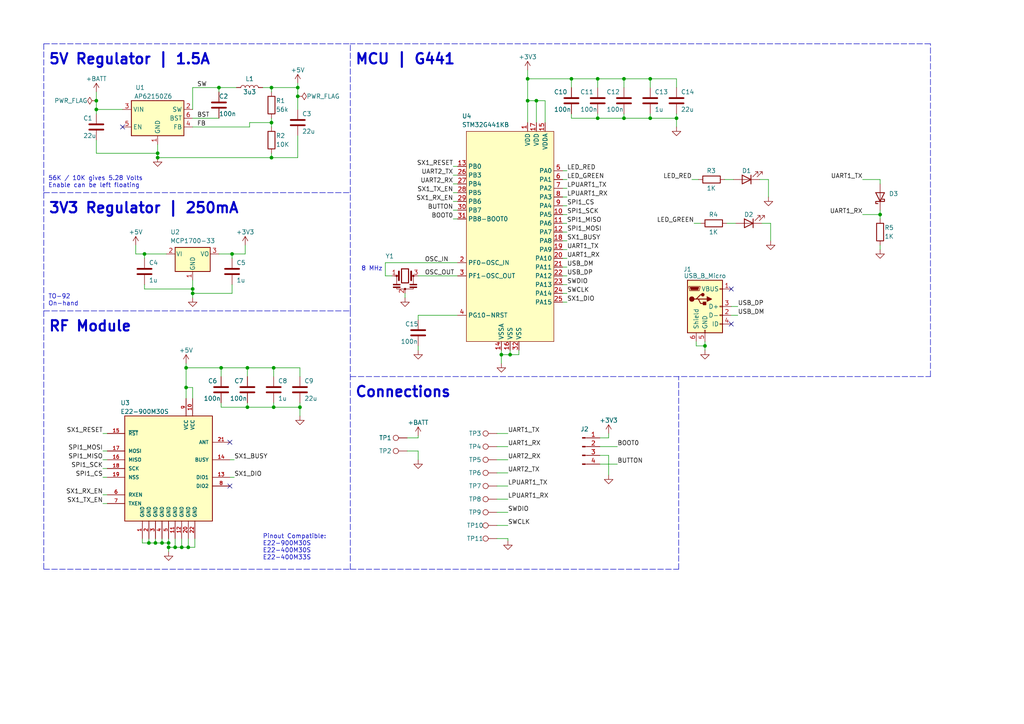
<source format=kicad_sch>
(kicad_sch (version 20211123) (generator eeschema)
  (paper "A4")
  (title_block (title "433 Experiment") (date "2023-02-12"))
  (lib_symbols
    (symbol "Connector:Conn_01x04_Male" (pin_names (offset 1.016) hide)
      (property "Reference" "J" (at 0 5.08 0))
      (property "Value" "Conn_01x04_Male" (at 0 -7.62 0))
      (symbol "Conn_01x04_Male_1_1"
        (polyline (pts (xy 1.27 -5.08) (xy 0.8636 -5.08)) (stroke (width 0.1524)))
        (polyline (pts (xy 1.27 -2.54) (xy 0.8636 -2.54)) (stroke (width 0.1524)))
        (polyline (pts (xy 1.27 0) (xy 0.8636 0)) (stroke (width 0.1524)))
        (polyline (pts (xy 1.27 2.54) (xy 0.8636 2.54)) (stroke (width 0.1524)))
        (rectangle (start 0.8636 -4.953) (end 0 -5.207) (stroke (width 0.1524)) (fill (type outline)))
        (rectangle (start 0.8636 -2.413) (end 0 -2.667) (stroke (width 0.1524)) (fill (type outline)))
        (rectangle (start 0.8636 0.127) (end 0 -0.127) (stroke (width 0.1524)) (fill (type outline)))
        (rectangle (start 0.8636 2.667) (end 0 2.413) (stroke (width 0.1524)) (fill (type outline)))
        (pin passive line (at 5.08 2.54 180) (length 3.81) (name "Pin_1") (number "1"))
        (pin passive line (at 5.08 0 180) (length 3.81) (name "Pin_2") (number "2"))
        (pin passive line (at 5.08 -2.54 180) (length 3.81) (name "Pin_3") (number "3"))
        (pin passive line (at 5.08 -5.08 180) (length 3.81) (name "Pin_4") (number "4"))
      )
    )
    (symbol "Connector:TestPoint" (pin_numbers hide) (pin_names (offset 0.762) hide)
      (property "Reference" "TP" (at 0 6.858 0))
      (property "Value" "TestPoint" (at 0 5.08 0))
      (symbol "TestPoint_0_1"
        (circle (center 0 3.302) (radius 0.762))
      )
      (symbol "TestPoint_1_1"
        (pin passive line (at 0 0 90) (length 2.54) (name "1") (number "1"))
      )
    )
    (symbol "Connector:USB_B_Micro" (pin_names (offset 1.016))
      (property "Reference" "J" (at -5.08 11.43 0))
      (property "Value" "USB_B_Micro" (at -5.08 8.89 0))
      (symbol "USB_B_Micro_0_1"
        (rectangle (start -5.08 -7.62) (end 5.08 7.62) (stroke (width 0.254)) (fill (type background)))
        (circle (center -3.81 2.159) (radius 0.635) (stroke (width 0.254)) (fill (type outline)))
        (circle (center -0.635 3.429) (radius 0.381) (stroke (width 0.254)) (fill (type outline)))
        (rectangle (start -0.127 -7.62) (end 0.127 -6.858))
        (polyline (pts (xy -1.905 2.159) (xy 0.635 2.159)) (stroke (width 0.254)))
        (polyline (pts (xy -3.175 2.159) (xy -2.54 2.159) (xy -1.27 3.429) (xy -0.635 3.429)) (stroke (width 0.254)))
        (polyline (pts (xy -2.54 2.159) (xy -1.905 2.159) (xy -1.27 0.889) (xy 0 0.889)) (stroke (width 0.254)))
        (polyline (pts (xy 0.635 2.794) (xy 0.635 1.524) (xy 1.905 2.159) (xy 0.635 2.794)) (stroke (width 0.254)) (fill (type outline)))
        (polyline (pts (xy -4.318 5.588) (xy -1.778 5.588) (xy -2.032 4.826) (xy -4.064 4.826) (xy -4.318 5.588)) (fill (type outline)))
        (polyline (pts (xy -4.699 5.842) (xy -4.699 5.588) (xy -4.445 4.826) (xy -4.445 4.572) (xy -1.651 4.572) (xy -1.651 4.826) (xy -1.397 5.588) (xy -1.397 5.842) (xy -4.699 5.842)))
        (rectangle (start 0.254 1.27) (end -0.508 0.508) (stroke (width 0.254)) (fill (type outline)))
        (rectangle (start 5.08 -5.207) (end 4.318 -4.953))
        (rectangle (start 5.08 -2.667) (end 4.318 -2.413))
        (rectangle (start 5.08 -0.127) (end 4.318 0.127))
        (rectangle (start 5.08 4.953) (end 4.318 5.207))
      )
      (symbol "USB_B_Micro_1_1"
        (pin power_out line (at 7.62 5.08 180) (length 2.54) (name "VBUS") (number "1"))
        (pin bidirectional line (at 7.62 -2.54 180) (length 2.54) (name "D-") (number "2"))
        (pin bidirectional line (at 7.62 0 180) (length 2.54) (name "D+") (number "3"))
        (pin passive line (at 7.62 -5.08 180) (length 2.54) (name "ID") (number "4"))
        (pin power_out line (at 0 -10.16 90) (length 2.54) (name "GND") (number "5"))
        (pin passive line (at -2.54 -10.16 90) (length 2.54) (name "Shield") (number "6"))
      )
    )
    (symbol "Device:C" (pin_numbers hide) (pin_names (offset 0.254))
      (property "Reference" "C" (at 0.635 2.54 0))
      (property "Value" "C" (at 0.635 -2.54 0))
      (symbol "C_0_1"
        (polyline (pts (xy -2.032 -0.762) (xy 2.032 -0.762)) (stroke (width 0.508)))
        (polyline (pts (xy -2.032 0.762) (xy 2.032 0.762)) (stroke (width 0.508)))
      )
      (symbol "C_1_1"
        (pin passive line (at 0 3.81 270) (length 2.794) (name "~") (number "1"))
        (pin passive line (at 0 -3.81 90) (length 2.794) (name "~") (number "2"))
      )
    )
    (symbol "Device:D_Schottky" (pin_numbers hide) (pin_names (offset 1.016) hide)
      (property "Reference" "D" (at 0 2.54 0))
      (property "Value" "D_Schottky" (at 0 -2.54 0))
      (symbol "D_Schottky_0_1"
        (polyline (pts (xy 1.27 0) (xy -1.27 0)))
        (polyline (pts (xy 1.27 1.27) (xy 1.27 -1.27) (xy -1.27 0) (xy 1.27 1.27)) (stroke (width 0.254)))
        (polyline (pts (xy -1.905 0.635) (xy -1.905 1.27) (xy -1.27 1.27) (xy -1.27 -1.27) (xy -0.635 -1.27) (xy -0.635 -0.635)) (stroke (width 0.254)))
      )
      (symbol "D_Schottky_1_1"
        (pin passive line (at -3.81 0 0) (length 2.54) (name "K") (number "1"))
        (pin passive line (at 3.81 0 180) (length 2.54) (name "A") (number "2"))
      )
    )
    (symbol "Device:L" (pin_numbers hide) (pin_names (offset 1.016) hide)
      (property "Reference" "L" (at -1.27 0 90))
      (property "Value" "L" (at 1.905 0 90))
      (symbol "L_0_1"
        (arc (start 0 -2.54) (mid 0.635 -1.905) (end 0 -1.27))
        (arc (start 0 -1.27) (mid 0.635 -0.635) (end 0 0))
        (arc (start 0 0) (mid 0.635 0.635) (end 0 1.27))
        (arc (start 0 1.27) (mid 0.635 1.905) (end 0 2.54))
      )
      (symbol "L_1_1"
        (pin passive line (at 0 3.81 270) (length 1.27) (name "1") (number "1"))
        (pin passive line (at 0 -3.81 90) (length 1.27) (name "2") (number "2"))
      )
    )
    (symbol "Device:LED" (pin_numbers hide) (pin_names (offset 1.016) hide)
      (property "Reference" "D" (at 0 2.54 0))
      (property "Value" "LED" (at 0 -2.54 0))
      (symbol "LED_0_1"
        (polyline (pts (xy -1.27 -1.27) (xy -1.27 1.27)) (stroke (width 0.254)))
        (polyline (pts (xy -1.27 0) (xy 1.27 0)))
        (polyline (pts (xy 1.27 -1.27) (xy 1.27 1.27) (xy -1.27 0) (xy 1.27 -1.27)) (stroke (width 0.254)))
        (polyline (pts (xy -3.048 -0.762) (xy -4.572 -2.286) (xy -3.81 -2.286) (xy -4.572 -2.286) (xy -4.572 -1.524)))
        (polyline (pts (xy -1.778 -0.762) (xy -3.302 -2.286) (xy -2.54 -2.286) (xy -3.302 -2.286) (xy -3.302 -1.524)))
      )
      (symbol "LED_1_1"
        (pin passive line (at -3.81 0 0) (length 2.54) (name "K") (number "1"))
        (pin passive line (at 3.81 0 180) (length 2.54) (name "A") (number "2"))
      )
    )
    (symbol "Device:R" (pin_numbers hide) (pin_names (offset 0))
      (property "Reference" "R" (at 2.032 0 90))
      (property "Value" "R" (at 0 0 90))
      (symbol "R_0_1"
        (rectangle (start -1.016 -2.54) (end 1.016 2.54) (stroke (width 0.254)))
      )
      (symbol "R_1_1"
        (pin passive line (at 0 3.81 270) (length 1.27) (name "~") (number "1"))
        (pin passive line (at 0 -3.81 90) (length 1.27) (name "~") (number "2"))
      )
    )
    (symbol "Device:Resonator" (pin_names (offset 1.016) hide)
      (property "Reference" "Y" (at 0 5.715 0))
      (property "Value" "Resonator" (at 0 3.81 0))
      (symbol "Resonator_0_1"
        (rectangle (start -3.429 -3.175) (end -1.397 -3.429) (fill (type outline)))
        (rectangle (start -3.429 -2.413) (end -1.397 -2.667) (fill (type outline)))
        (circle (center -2.413 0) (radius 0.254) (fill (type outline)))
        (rectangle (start -1.016 2.032) (end 1.016 -2.032) (stroke (width 0.3048)))
        (circle (center 0 -3.81) (radius 0.254) (fill (type outline)))
        (polyline (pts (xy -2.413 -2.413) (xy -2.413 0)))
        (polyline (pts (xy -1.905 0) (xy -3.175 0)))
        (polyline (pts (xy -1.778 -1.27) (xy -1.778 1.27)) (stroke (width 0.508)))
        (polyline (pts (xy 1.778 -1.27) (xy 1.778 1.27)) (stroke (width 0.508)))
        (polyline (pts (xy 1.905 0) (xy 2.54 0)))
        (polyline (pts (xy 2.413 0) (xy 2.413 -2.54)))
        (polyline (pts (xy 2.413 -3.302) (xy 2.413 -3.81) (xy -2.413 -3.81) (xy -2.413 -3.302)))
        (rectangle (start 1.397 -3.175) (end 3.429 -3.429) (fill (type outline)))
        (rectangle (start 1.397 -2.413) (end 3.429 -2.667) (fill (type outline)))
        (circle (center 2.413 0) (radius 0.254) (fill (type outline)))
      )
      (symbol "Resonator_1_1"
        (pin passive line (at -3.81 0 0) (length 1.27) (name "1") (number "1"))
        (pin passive line (at 0 -5.08 90) (length 1.27) (name "2") (number "2"))
        (pin passive line (at 3.81 0 180) (length 1.27) (name "3") (number "3"))
      )
    )
    (symbol "E22-900M30S:E22-900M30S" (pin_names (offset 1.016))
      (property "Reference" "U?" (at -12.065 18.415 0))
      (property "Value" "E22-900M30S" (at -6.35 16.51 0))
      (symbol "E22-900M30S_0_0"
        (rectangle (start -12.7 -15.24) (end 12.7 15.24) (stroke (width 0.254)) (fill (type background)))
        (pin power_in line (at -7.62 -20.32 90) (length 5.08) (name "GND") (number "1"))
        (pin power_in line (at 6.985 20.32 270) (length 5.08) (name "VCC") (number "10"))
        (pin power_in line (at 1.905 -20.32 90) (length 5.08) (name "GND") (number "11"))
        (pin power_in line (at 3.81 -20.32 90) (length 5.08) (name "GND") (number "12"))
        (pin bidirectional line (at 17.78 -2.54 180) (length 5.08) (name "DIO1") (number "13"))
        (pin output line (at 17.78 2.54 180) (length 5.08) (name "BUSY") (number "14"))
        (pin input line (at -17.78 10.16 0) (length 5.08) (name "~{RST}") (number "15"))
        (pin output line (at -17.78 2.54 0) (length 5.08) (name "MISO") (number "16"))
        (pin input line (at -17.78 5.08 0) (length 5.08) (name "MOSI") (number "17"))
        (pin input line (at -17.78 0 0) (length 5.08) (name "SCK") (number "18"))
        (pin input line (at -17.78 -2.54 0) (length 5.08) (name "NSS") (number "19"))
        (pin power_in line (at -5.715 -20.32 90) (length 5.08) (name "GND") (number "2"))
        (pin power_in line (at 5.715 -20.32 90) (length 5.08) (name "GND") (number "20"))
        (pin output line (at 17.78 7.62 180) (length 5.08) (name "ANT") (number "21"))
        (pin power_in line (at 7.62 -20.32 90) (length 5.08) (name "GND") (number "22"))
        (pin power_in line (at -3.81 -20.32 90) (length 5.08) (name "GND") (number "3"))
        (pin power_in line (at -1.905 -20.32 90) (length 5.08) (name "GND") (number "4"))
        (pin power_in line (at 0 -20.32 90) (length 5.08) (name "GND") (number "5"))
        (pin input line (at -17.78 -7.62 0) (length 5.08) (name "RXEN") (number "6"))
        (pin input line (at -17.78 -10.16 0) (length 5.08) (name "TXEN") (number "7"))
        (pin bidirectional line (at 17.78 -5.08 180) (length 5.08) (name "DIO2") (number "8"))
        (pin power_in line (at 5.08 20.32 270) (length 5.08) (name "VCC") (number "9"))
      )
    )
    (symbol "LoRa:STM32G441KB"
      (property "Reference" "U" (at -12.7 21.59 0))
      (property "Value" "STM32G441KB" (at -6.35 19.05 0))
      (symbol "STM32G441KB_0_0"
        (pin input line (at 5.08 20.32 270) (length 2.54) (name "VDD") (number "1"))
        (pin bidirectional line (at 15.24 -6.35 180) (length 2.54) (name "PA5") (number "10"))
        (pin bidirectional line (at 15.24 -8.89 180) (length 2.54) (name "PA6") (number "11"))
        (pin bidirectional line (at 15.24 -11.43 180) (length 2.54) (name "PA7") (number "12"))
        (pin bidirectional line (at -15.24 7.62 0) (length 2.54) (name "PB0") (number "13"))
        (pin power_in line (at -2.54 -45.72 90) (length 2.54) (name "VSSA") (number "14"))
        (pin power_in line (at 10.16 20.32 270) (length 2.54) (name "VDDA") (number "15"))
        (pin power_in line (at 0 -45.72 90) (length 2.54) (name "VSS") (number "16"))
        (pin input line (at 7.62 20.32 270) (length 2.54) (name "VDD") (number "17"))
        (pin bidirectional line (at 15.24 -13.97 180) (length 2.54) (name "PA8") (number "18"))
        (pin bidirectional line (at 15.24 -16.51 180) (length 2.54) (name "PA9") (number "19"))
        (pin input line (at -15.24 -20.32 0) (length 2.54) (name "PF0-OSC_IN") (number "2"))
        (pin bidirectional line (at 15.24 -19.05 180) (length 2.54) (name "PA10") (number "20"))
        (pin bidirectional line (at 15.24 -21.59 180) (length 2.54) (name "PA11") (number "21"))
        (pin bidirectional line (at 15.24 -24.13 180) (length 2.54) (name "PA12") (number "22"))
        (pin bidirectional line (at 15.24 -26.67 180) (length 2.54) (name "PA13") (number "23"))
        (pin bidirectional line (at 15.24 -29.21 180) (length 2.54) (name "PA14") (number "24"))
        (pin bidirectional line (at 15.24 -31.75 180) (length 2.54) (name "PA15") (number "25"))
        (pin bidirectional line (at -15.24 5.08 0) (length 2.54) (name "PB3") (number "26"))
        (pin bidirectional line (at -15.24 2.54 0) (length 2.54) (name "PB4") (number "27"))
        (pin bidirectional line (at -15.24 0 0) (length 2.54) (name "PB5") (number "28"))
        (pin bidirectional line (at -15.24 -2.54 0) (length 2.54) (name "PB6") (number "29"))
        (pin input line (at -15.24 -24.13 0) (length 2.54) (name "PF1-OSC_OUT") (number "3"))
        (pin bidirectional line (at -15.24 -5.08 0) (length 2.54) (name "PB7") (number "30"))
        (pin input line (at -15.24 -7.62 0) (length 2.54) (name "PB8-BOOT0") (number "31"))
        (pin power_in line (at 2.54 -45.72 90) (length 2.54) (name "VSS") (number "32"))
        (pin input line (at -15.24 -35.56 0) (length 2.54) (name "PG10-NRST") (number "4"))
        (pin bidirectional line (at 15.24 6.35 180) (length 2.54) (name "PA0") (number "5"))
        (pin bidirectional line (at 15.24 3.81 180) (length 2.54) (name "PA1") (number "6"))
        (pin bidirectional line (at 15.24 1.27 180) (length 2.54) (name "PA2") (number "7"))
        (pin bidirectional line (at 15.24 -1.27 180) (length 2.54) (name "PA3") (number "8"))
        (pin bidirectional line (at 15.24 -3.81 180) (length 2.54) (name "PA4") (number "9"))
      )
      (symbol "STM32G441KB_0_1"
        (rectangle (start -12.7 17.78) (end 12.7 -43.18) (fill (type background)))
      )
    )
    (symbol "Regulator_Linear:MCP1700-3302E_TO92" (pin_names (offset 0.254))
      (property "Reference" "U?" (at 0 7.62 0))
      (property "Value" "MCP1700-3302E_TO92" (at 0 -22.225 0))
      (symbol "MCP1700-3302E_TO92_0_1"
        (rectangle (start -5.08 5.08) (end 5.08 -1.905) (stroke (width 0.254)) (fill (type background)))
      )
      (symbol "MCP1700-3302E_TO92_1_1"
        (pin power_in line (at 0 7.62 270) (length 2.54) (name "GND") (number "1"))
        (pin power_in line (at 7.62 0 180) (length 2.54) (name "VI") (number "2"))
        (pin power_out line (at -7.62 0 0) (length 2.54) (name "VO") (number "3"))
      )
    )
    (symbol "Regulator_Switching:AP62150Z6"
      (property "Reference" "U1" (at -5.08 8.89 0))
      (property "Value" "AP62150Z6" (at -1.27 6.35 0))
      (symbol "AP62150Z6_0_1"
        (rectangle (start -7.62 5.08) (end 7.62 -5.08) (stroke (width 0.254)) (fill (type background)))
      )
      (symbol "AP62150Z6_1_1"
        (pin power_in line (at 0 -7.62 90) (length 2.54) (name "GND") (number "1"))
        (pin output line (at 10.16 2.54 180) (length 2.54) (name "SW") (number "2"))
        (pin power_in line (at -10.16 2.54 0) (length 2.54) (name "VIN") (number "3"))
        (pin input line (at 10.16 -2.54 180) (length 2.54) (name "FB") (number "4"))
        (pin passive line (at -10.16 -2.54 0) (length 2.54) (name "EN") (number "5"))
        (pin input line (at 10.16 0 180) (length 2.54) (name "BST") (number "6"))
      )
    )
    (symbol "power:+3V3" (power) (pin_names (offset 0))
      (property "Value" "+3V3" (at 0 3.556 0))
      (symbol "+3V3_0_1"
        (polyline (pts (xy -0.762 1.27) (xy 0 2.54)))
        (polyline (pts (xy 0 0) (xy 0 2.54)))
        (polyline (pts (xy 0 2.54) (xy 0.762 1.27)))
      )
      (symbol "+3V3_1_1"
        (pin power_in line (at 0 0 90) (length 0) hide (name "+3V3") (number "1"))
      )
    )
    (symbol "power:+5V" (power) (pin_names (offset 0))
      (property "Value" "+5V" (at 0 3.556 0))
      (symbol "+5V_0_1"
        (polyline (pts (xy -0.762 1.27) (xy 0 2.54)))
        (polyline (pts (xy 0 0) (xy 0 2.54)))
        (polyline (pts (xy 0 2.54) (xy 0.762 1.27)))
      )
      (symbol "+5V_1_1"
        (pin power_in line (at 0 0 90) (length 0) hide (name "+5V") (number "1"))
      )
    )
    (symbol "power:+BATT" (power) (pin_names (offset 0))
      (property "Value" "+BATT" (at 0 3.556 0))
      (symbol "+BATT_0_1"
        (polyline (pts (xy -0.762 1.27) (xy 0 2.54)))
        (polyline (pts (xy 0 0) (xy 0 2.54)))
        (polyline (pts (xy 0 2.54) (xy 0.762 1.27)))
      )
      (symbol "+BATT_1_1"
        (pin power_in line (at 0 0 90) (length 0) hide (name "+BATT") (number "1"))
      )
    )
    (symbol "power:GND" (power) (pin_names (offset 0))
      (property "Value" "GND" (at 0 -3.81 0))
      (symbol "GND_0_1"
        (polyline (pts (xy 0 0) (xy 0 -1.27) (xy 1.27 -1.27) (xy 0 -2.54) (xy -1.27 -1.27) (xy 0 -1.27)))
      )
      (symbol "GND_1_1"
        (pin power_in line (at 0 0 270) (length 0) hide (name "GND") (number "1"))
      )
    )
    (symbol "power:PWR_FLAG" (power) (pin_numbers hide) (pin_names (offset 0) hide)
      (property "Value" "PWR_FLAG" (at 0 3.81 0))
      (symbol "PWR_FLAG_0_0"
        (pin power_out line (at 0 0 90) (length 0) (name "pwr") (number "1"))
      )
      (symbol "PWR_FLAG_0_1"
        (polyline (pts (xy 0 0) (xy 0 1.27) (xy -1.016 1.905) (xy 0 2.54) (xy 1.016 1.905) (xy 0 1.27)))
      )
    )
  )
  (junction (at 64.135 106.68))
  (junction (at 48.895 157.48))
  (junction (at 180.975 34.29))
  (junction (at 53.975 106.68))
  (junction (at 55.88 83.82))
  (junction (at 147.955 102.87))
  (junction (at 145.415 102.87))
  (junction (at 48.895 158.75))
  (junction (at 188.595 22.86))
  (junction (at 45.72 44.45))
  (junction (at 255.27 62.23))
  (junction (at 79.375 118.11))
  (junction (at 86.36 27.94))
  (junction (at 78.74 35.56))
  (junction (at 204.47 100.33))
  (junction (at 79.375 106.68))
  (junction (at 41.91 73.66))
  (junction (at 55.88 85.09))
  (junction (at 50.8 158.75))
  (junction (at 54.61 158.75))
  (junction (at 180.975 22.86))
  (junction (at 153.035 29.21))
  (junction (at 52.705 158.75))
  (junction (at 67.31 73.66))
  (junction (at 45.085 157.48))
  (junction (at 86.36 25.4))
  (junction (at 45.72 45.72))
  (junction (at 173.355 22.86))
  (junction (at 196.215 34.29))
  (junction (at 153.035 22.86))
  (junction (at 188.595 34.29))
  (junction (at 71.755 118.11))
  (junction (at 173.355 34.29))
  (junction (at 78.74 45.72))
  (junction (at 46.99 157.48))
  (junction (at 71.755 106.68))
  (junction (at 78.74 25.4))
  (junction (at 43.18 157.48))
  (junction (at 63.5 25.4))
  (junction (at 27.94 31.75))
  (junction (at 165.735 22.86))
  (junction (at 155.575 29.21))
  (junction (at 27.94 29.21))
  (junction (at 53.975 112.395))
  (junction (at 86.995 118.11))
  (no_connect (at 66.675 128.27))
  (no_connect (at 212.09 83.82))
  (no_connect (at 66.675 140.97))
  (no_connect (at 35.56 36.83))
  (no_connect (at 212.09 93.98))
  (wire (pts (xy 27.94 40.64) (xy 27.94 44.45)))
  (wire (pts (xy 204.47 99.06) (xy 204.47 100.33)))
  (wire (pts (xy 64.135 116.84) (xy 64.135 118.11)))
  (wire (pts (xy 53.975 106.68) (xy 53.975 112.395)))
  (wire (pts (xy 121.285 91.44) (xy 132.715 91.44)))
  (wire (pts (xy 72.39 35.56) (xy 78.74 35.56)))
  (wire (pts (xy 48.895 158.75) (xy 50.8 158.75)))
  (wire (pts (xy 54.61 158.75) (xy 56.515 158.75)))
  (wire (pts (xy 86.36 24.13) (xy 86.36 25.4)))
  (wire (pts (xy 43.18 156.21) (xy 43.18 157.48)))
  (wire (pts (xy 164.465 54.61) (xy 163.195 54.61)))
  (wire (pts (xy 53.975 105.41) (xy 53.975 106.68)))
  (wire (pts (xy 29.845 125.73) (xy 31.115 125.73)))
  (wire (pts (xy 64.135 118.11) (xy 71.755 118.11)))
  (wire (pts (xy 173.355 33.02) (xy 173.355 34.29)))
  (wire (pts (xy 52.705 156.21) (xy 52.705 158.75)))
  (wire (pts (xy 255.27 52.07) (xy 255.27 53.34)))
  (wire (pts (xy 164.465 82.55) (xy 163.195 82.55)))
  (wire (pts (xy 52.705 158.75) (xy 54.61 158.75)))
  (wire (pts (xy 121.285 100.33) (xy 121.285 101.6)))
  (wire (pts (xy 46.99 157.48) (xy 48.895 157.48)))
  (wire (pts (xy 165.735 22.86) (xy 173.355 22.86)))
  (polyline (pts (xy 12.7 12.7) (xy 12.7 55.88)))
  (polyline (pts (xy 12.7 165.1) (xy 101.6 165.1)))
  (wire (pts (xy 210.82 64.77) (xy 213.36 64.77)))
  (wire (pts (xy 27.94 44.45) (xy 45.72 44.45)))
  (wire (pts (xy 86.36 27.94) (xy 86.36 31.75)))
  (wire (pts (xy 78.74 45.72) (xy 78.74 44.45)))
  (wire (pts (xy 155.575 29.21) (xy 158.115 29.21)))
  (wire (pts (xy 63.5 25.4) (xy 63.5 26.67)))
  (wire (pts (xy 27.94 31.75) (xy 27.94 33.02)))
  (wire (pts (xy 220.345 52.07) (xy 222.885 52.07)))
  (wire (pts (xy 158.115 35.56) (xy 158.115 29.21)))
  (wire (pts (xy 29.845 146.05) (xy 31.115 146.05)))
  (wire (pts (xy 78.74 25.4) (xy 76.2 25.4)))
  (wire (pts (xy 118.11 130.81) (xy 121.285 130.81)))
  (wire (pts (xy 86.995 116.84) (xy 86.995 118.11)))
  (wire (pts (xy 164.465 62.23) (xy 163.195 62.23)))
  (wire (pts (xy 176.53 127) (xy 176.53 125.73)))
  (wire (pts (xy 173.355 22.86) (xy 173.355 25.4)))
  (wire (pts (xy 173.355 34.29) (xy 180.975 34.29)))
  (wire (pts (xy 55.88 85.09) (xy 55.88 86.36)))
  (wire (pts (xy 50.8 158.75) (xy 52.705 158.75)))
  (wire (pts (xy 67.31 85.09) (xy 55.88 85.09)))
  (wire (pts (xy 41.91 83.82) (xy 55.88 83.82)))
  (wire (pts (xy 164.465 49.53) (xy 163.195 49.53)))
  (wire (pts (xy 164.465 69.85) (xy 163.195 69.85)))
  (wire (pts (xy 55.88 83.82) (xy 55.88 85.09)))
  (wire (pts (xy 67.945 138.43) (xy 66.675 138.43)))
  (wire (pts (xy 67.945 133.35) (xy 66.675 133.35)))
  (wire (pts (xy 29.845 133.35) (xy 31.115 133.35)))
  (wire (pts (xy 144.145 156.21) (xy 147.32 156.21)))
  (wire (pts (xy 131.445 60.96) (xy 132.715 60.96)))
  (wire (pts (xy 111.76 80.01) (xy 113.665 80.01)))
  (wire (pts (xy 250.19 52.07) (xy 255.27 52.07)))
  (polyline (pts (xy 12.7 90.17) (xy 12.7 165.1)))
  (wire (pts (xy 188.595 33.02) (xy 188.595 34.29)))
  (polyline (pts (xy 269.875 12.7) (xy 101.6 12.7)))
  (wire (pts (xy 67.31 73.66) (xy 67.31 74.93)))
  (wire (pts (xy 144.145 133.35) (xy 147.32 133.35)))
  (wire (pts (xy 196.215 25.4) (xy 196.215 22.86)))
  (wire (pts (xy 121.285 130.81) (xy 121.285 133.35)))
  (wire (pts (xy 164.465 52.07) (xy 163.195 52.07)))
  (wire (pts (xy 86.36 39.37) (xy 86.36 45.72)))
  (wire (pts (xy 45.085 157.48) (xy 46.99 157.48)))
  (wire (pts (xy 29.845 130.81) (xy 31.115 130.81)))
  (wire (pts (xy 150.495 102.87) (xy 147.955 102.87)))
  (wire (pts (xy 39.37 71.12) (xy 39.37 73.66)))
  (polyline (pts (xy 101.6 55.88) (xy 101.6 12.7)))
  (wire (pts (xy 45.72 41.91) (xy 45.72 44.45)))
  (wire (pts (xy 117.475 85.09) (xy 117.475 86.36)))
  (wire (pts (xy 29.845 135.89) (xy 31.115 135.89)))
  (polyline (pts (xy 12.7 55.88) (xy 12.7 90.17)))
  (wire (pts (xy 55.88 81.28) (xy 55.88 83.82)))
  (wire (pts (xy 71.755 116.84) (xy 71.755 118.11)))
  (wire (pts (xy 153.035 29.21) (xy 153.035 35.56)))
  (wire (pts (xy 55.88 115.57) (xy 55.88 112.395)))
  (wire (pts (xy 164.465 77.47) (xy 163.195 77.47)))
  (wire (pts (xy 255.27 62.23) (xy 255.27 63.5)))
  (wire (pts (xy 55.88 25.4) (xy 63.5 25.4)))
  (wire (pts (xy 64.135 106.68) (xy 64.135 109.22)))
  (wire (pts (xy 118.11 127) (xy 121.285 127)))
  (wire (pts (xy 29.845 143.51) (xy 31.115 143.51)))
  (wire (pts (xy 86.36 25.4) (xy 86.36 27.94)))
  (wire (pts (xy 72.39 36.83) (xy 72.39 35.56)))
  (wire (pts (xy 165.735 33.02) (xy 165.735 34.29)))
  (wire (pts (xy 153.035 29.21) (xy 155.575 29.21)))
  (polyline (pts (xy 101.6 90.17) (xy 101.6 109.22)))
  (wire (pts (xy 164.465 59.69) (xy 163.195 59.69)))
  (wire (pts (xy 220.98 64.77) (xy 223.52 64.77)))
  (wire (pts (xy 144.145 152.4) (xy 147.32 152.4)))
  (wire (pts (xy 145.415 102.87) (xy 145.415 105.41)))
  (wire (pts (xy 201.93 99.06) (xy 201.93 100.33)))
  (wire (pts (xy 79.375 106.68) (xy 79.375 109.22)))
  (wire (pts (xy 255.27 60.96) (xy 255.27 62.23)))
  (wire (pts (xy 223.52 64.77) (xy 223.52 69.85)))
  (wire (pts (xy 150.495 101.6) (xy 150.495 102.87)))
  (wire (pts (xy 180.975 22.86) (xy 180.975 25.4)))
  (wire (pts (xy 86.995 120.65) (xy 86.995 118.11)))
  (wire (pts (xy 29.845 138.43) (xy 31.115 138.43)))
  (wire (pts (xy 164.465 67.31) (xy 163.195 67.31)))
  (wire (pts (xy 210.185 52.07) (xy 212.725 52.07)))
  (wire (pts (xy 39.37 73.66) (xy 41.91 73.66)))
  (wire (pts (xy 188.595 22.86) (xy 196.215 22.86)))
  (wire (pts (xy 79.375 118.11) (xy 86.995 118.11)))
  (wire (pts (xy 147.32 156.21) (xy 147.32 156.845)))
  (wire (pts (xy 111.76 80.01) (xy 111.76 76.2)))
  (wire (pts (xy 71.755 118.11) (xy 79.375 118.11)))
  (wire (pts (xy 164.4094 64.77) (xy 163.195 64.77)))
  (wire (pts (xy 45.085 156.21) (xy 45.085 157.48)))
  (wire (pts (xy 165.735 22.86) (xy 165.735 25.4)))
  (wire (pts (xy 55.88 36.83) (xy 72.39 36.83)))
  (wire (pts (xy 79.375 106.68) (xy 86.995 106.68)))
  (wire (pts (xy 27.94 31.75) (xy 35.56 31.75)))
  (polyline (pts (xy 12.7 55.88) (xy 101.6 55.88)))
  (wire (pts (xy 63.5 25.4) (xy 68.58 25.4)))
  (wire (pts (xy 45.72 44.45) (xy 45.72 45.72)))
  (wire (pts (xy 55.88 112.395) (xy 53.975 112.395)))
  (wire (pts (xy 78.74 25.4) (xy 86.36 25.4)))
  (wire (pts (xy 121.285 80.01) (xy 132.715 80.01)))
  (wire (pts (xy 41.91 74.93) (xy 41.91 73.66)))
  (wire (pts (xy 131.445 53.34) (xy 132.715 53.34)))
  (polyline (pts (xy 101.6 165.1) (xy 101.6 109.22)))
  (wire (pts (xy 48.895 156.21) (xy 48.895 157.48)))
  (wire (pts (xy 131.445 58.42) (xy 132.715 58.42)))
  (wire (pts (xy 48.895 158.75) (xy 48.895 160.02)))
  (wire (pts (xy 131.445 55.88) (xy 132.715 55.88)))
  (wire (pts (xy 173.99 132.08) (xy 176.53 132.08)))
  (wire (pts (xy 41.275 157.48) (xy 43.18 157.48)))
  (wire (pts (xy 131.445 63.5) (xy 132.715 63.5)))
  (wire (pts (xy 144.145 140.97) (xy 147.32 140.97)))
  (wire (pts (xy 46.99 156.21) (xy 46.99 157.48)))
  (wire (pts (xy 67.31 82.55) (xy 67.31 85.09)))
  (wire (pts (xy 222.885 52.07) (xy 222.885 57.15)))
  (wire (pts (xy 144.145 148.59) (xy 147.32 148.59)))
  (wire (pts (xy 180.975 33.02) (xy 180.975 34.29)))
  (wire (pts (xy 173.355 22.86) (xy 180.975 22.86)))
  (wire (pts (xy 196.215 36.83) (xy 196.215 34.29)))
  (wire (pts (xy 180.975 34.29) (xy 188.595 34.29)))
  (wire (pts (xy 53.975 106.68) (xy 64.135 106.68)))
  (wire (pts (xy 145.415 101.6) (xy 145.415 102.87)))
  (wire (pts (xy 78.74 34.29) (xy 78.74 35.56)))
  (polyline (pts (xy 12.7 90.17) (xy 101.6 90.17)))
  (wire (pts (xy 155.575 35.56) (xy 155.575 29.21)))
  (wire (pts (xy 131.445 48.26) (xy 132.715 48.26)))
  (wire (pts (xy 153.035 20.32) (xy 153.035 22.86)))
  (wire (pts (xy 164.465 74.93) (xy 163.195 74.93)))
  (wire (pts (xy 144.145 144.78) (xy 147.32 144.78)))
  (wire (pts (xy 173.99 127) (xy 176.53 127)))
  (wire (pts (xy 64.135 106.68) (xy 71.755 106.68)))
  (wire (pts (xy 79.375 116.84) (xy 79.375 118.11)))
  (wire (pts (xy 153.035 22.86) (xy 165.735 22.86)))
  (wire (pts (xy 165.735 34.29) (xy 173.355 34.29)))
  (wire (pts (xy 212.09 88.9) (xy 213.995 88.9)))
  (wire (pts (xy 71.12 73.66) (xy 67.31 73.66)))
  (wire (pts (xy 144.145 125.73) (xy 147.32 125.73)))
  (wire (pts (xy 55.88 34.29) (xy 63.5 34.29)))
  (wire (pts (xy 164.465 85.09) (xy 163.195 85.09)))
  (wire (pts (xy 56.515 158.75) (xy 56.515 156.21)))
  (polyline (pts (xy 101.6 109.22) (xy 269.875 109.22)))
  (wire (pts (xy 78.74 36.83) (xy 78.74 35.56)))
  (wire (pts (xy 164.465 57.15) (xy 163.195 57.15)))
  (wire (pts (xy 71.12 71.12) (xy 71.12 73.66)))
  (wire (pts (xy 27.94 29.21) (xy 27.94 31.75)))
  (wire (pts (xy 54.61 156.21) (xy 54.61 158.75)))
  (wire (pts (xy 188.595 22.86) (xy 188.595 25.4)))
  (wire (pts (xy 196.215 33.02) (xy 196.215 34.29)))
  (wire (pts (xy 78.74 45.72) (xy 86.36 45.72)))
  (wire (pts (xy 204.47 100.33) (xy 204.47 101.6)))
  (wire (pts (xy 188.595 34.29) (xy 196.215 34.29)))
  (wire (pts (xy 71.755 106.68) (xy 71.755 109.22)))
  (wire (pts (xy 201.295 64.77) (xy 203.2 64.77)))
  (wire (pts (xy 164.465 80.01) (xy 163.195 80.01)))
  (wire (pts (xy 164.465 72.39) (xy 163.195 72.39)))
  (wire (pts (xy 71.755 106.68) (xy 79.375 106.68)))
  (wire (pts (xy 111.76 76.2) (xy 132.715 76.2)))
  (wire (pts (xy 121.285 127) (xy 121.285 126.365)))
  (polyline (pts (xy 101.6 165.1) (xy 196.85 165.1)))
  (wire (pts (xy 50.8 156.21) (xy 50.8 158.75)))
  (wire (pts (xy 131.445 50.8) (xy 132.715 50.8)))
  (wire (pts (xy 86.995 109.22) (xy 86.995 106.68)))
  (wire (pts (xy 163.195 87.63) (xy 164.465 87.63)))
  (wire (pts (xy 41.275 156.21) (xy 41.275 157.48)))
  (wire (pts (xy 212.09 91.44) (xy 213.995 91.44)))
  (wire (pts (xy 173.99 129.54) (xy 179.07 129.54)))
  (wire (pts (xy 147.955 101.6) (xy 147.955 102.87)))
  (wire (pts (xy 173.99 134.62) (xy 179.07 134.62)))
  (wire (pts (xy 144.145 137.16) (xy 147.32 137.16)))
  (wire (pts (xy 43.18 157.48) (xy 45.085 157.48)))
  (wire (pts (xy 201.93 100.33) (xy 204.47 100.33)))
  (polyline (pts (xy 12.7 12.7) (xy 101.6 12.7)))
  (wire (pts (xy 121.285 92.71) (xy 121.285 91.44)))
  (wire (pts (xy 41.91 82.55) (xy 41.91 83.82)))
  (wire (pts (xy 144.145 129.54) (xy 147.32 129.54)))
  (wire (pts (xy 250.19 62.23) (xy 255.27 62.23)))
  (wire (pts (xy 255.27 71.12) (xy 255.27 72.39)))
  (wire (pts (xy 147.955 102.87) (xy 145.415 102.87)))
  (wire (pts (xy 53.975 112.395) (xy 53.975 115.57)))
  (wire (pts (xy 153.035 22.86) (xy 153.035 29.21)))
  (polyline (pts (xy 269.875 109.22) (xy 269.875 12.7)))
  (wire (pts (xy 41.91 73.66) (xy 48.26 73.66)))
  (polyline (pts (xy 101.6 90.17) (xy 101.6 55.88)))
  (wire (pts (xy 48.895 157.48) (xy 48.895 158.75)))
  (wire (pts (xy 180.975 22.86) (xy 188.595 22.86)))
  (wire (pts (xy 176.53 132.08) (xy 176.53 137.795)))
  (wire (pts (xy 78.74 26.67) (xy 78.74 25.4)))
  (wire (pts (xy 200.66 52.07) (xy 202.565 52.07)))
  (wire (pts (xy 55.88 31.75) (xy 55.88 25.4)))
  (wire (pts (xy 45.72 45.72) (xy 78.74 45.72)))
  (wire (pts (xy 63.5 73.66) (xy 67.31 73.66)))
  (polyline (pts (xy 196.85 165.1) (xy 196.85 109.22)))
  (wire (pts (xy 27.94 26.67) (xy 27.94 29.21)))
  (text "56K / 10K gives 5.28 Volts\nEnable can be left floating" (at 13.97 54.61 0) (effects (font (size 1.27 1.27)) (justify left bottom)))
  (text "Connections" (at 102.87 115.57 0) (effects (font (size 3 3) (thickness 0.6) bold) (justify left bottom)))
  (text "Pinout Compatible:\nE22-900M30S\nE22-400M30S\nE22-400M33S" (at 76.2 162.56 0) (effects (font (size 1.27 1.27)) (justify left bottom)))
  (text "5V Regulator | 1.5A" (at 13.97 19.05 0) (effects (font (size 3 3) (thickness 0.6) bold) (justify left bottom)))
  (text "3V3 Regulator | 250mA" (at 13.97 62.23 0) (effects (font (size 3 3) (thickness 0.6) bold) (justify left bottom)))
  (text "8 MHz" (at 104.775 78.74 0) (effects (font (size 1.27 1.27)) (justify left bottom)))
  (text "MCU | G441" (at 102.87 19.05 0) (effects (font (size 3 3) (thickness 0.6) bold) (justify left bottom)))
  (text "RF Module" (at 13.97 96.52 0) (effects (font (size 3 3) (thickness 0.6) bold) (justify left bottom)))
  (text "TO-92\nOn-hand" (at 13.97 88.9 0) (effects (font (size 1.27 1.27)) (justify left bottom)))
  (label "LED_GREEN" (at 201.295 64.77 180))
  (label "UART1_RX" (at 147.32 129.54 0))
  (label "LPUART1_RX" (at 164.465 57.15 0))
  (label "SPI1_CS" (at 164.465 59.69 0))
  (label "BOOT0" (at 131.445 63.5 180))
  (label "SWCLK" (at 147.32 152.4 0))
  (label "SX1_DIO" (at 164.465 87.63 0))
  (label "SX1_TX_EN" (at 29.845 146.05 180))
  (label "LED_GREEN" (at 164.465 52.07 0))
  (label "SPI1_MOSI" (at 164.465 67.31 0))
  (label "LPUART1_TX" (at 147.32 140.97 0))
  (label "SW" (at 57.15 25.4 0))
  (label "LPUART1_RX" (at 147.32 144.78 0))
  (label "SWDIO" (at 164.465 82.55 0))
  (label "UART1_TX" (at 164.465 72.39 0))
  (label "UART2_RX" (at 147.32 133.35 0))
  (label "LPUART1_TX" (at 164.465 54.61 0))
  (label "SPI1_MISO" (at 164.4094 64.77 0))
  (label "UART2_TX" (at 147.32 137.16 0))
  (label "SWDIO" (at 147.32 148.59 0))
  (label "OSC_OUT" (at 123.19 80.01 0))
  (label "LED_RED" (at 200.66 52.07 180))
  (label "SX1_TX_EN" (at 131.445 55.88 180))
  (label "SX1_BUSY" (at 67.945 133.35 0))
  (label "BUTTON" (at 179.07 134.62 0))
  (label "SX1_RESET" (at 131.445 48.26 180))
  (label "SPI1_MOSI" (at 29.845 130.81 180))
  (label "BUTTON" (at 131.445 60.96 180))
  (label "UART1_RX" (at 164.465 74.93 0))
  (label "LED_RED" (at 164.465 49.53 0))
  (label "UART1_TX" (at 147.32 125.73 0))
  (label "UART1_TX" (at 250.19 52.07 180))
  (label "SX1_DIO" (at 67.945 138.43 0))
  (label "USB_DM" (at 213.995 91.44 0))
  (label "BOOT0" (at 179.07 129.54 0))
  (label "SX1_RESET" (at 29.845 125.73 180))
  (label "USB_DM" (at 164.465 77.47 0))
  (label "SPI1_MISO" (at 29.845 133.35 180))
  (label "SPI1_SCK" (at 164.465 62.23 0))
  (label "SX1_RX_EN" (at 131.445 58.42 180))
  (label "SPI1_SCK" (at 29.845 135.89 180))
  (label "SX1_RX_EN" (at 29.845 143.51 180))
  (label "USB_DP" (at 164.465 80.01 0))
  (label "UART2_RX" (at 131.445 53.34 180))
  (label "BST" (at 57.15 34.29 0))
  (label "FB" (at 57.15 36.83 0))
  (label "SPI1_CS" (at 29.845 138.43 180))
  (label "USB_DP" (at 213.995 88.9 0))
  (label "SX1_BUSY" (at 164.465 69.85 0))
  (label "UART2_TX" (at 131.445 50.8 180))
  (label "OSC_IN" (at 123.19 76.2 0))
  (label "UART1_RX" (at 250.19 62.23 180))
  (label "SWCLK" (at 164.465 85.09 0))
  (symbol (lib_id "Connector:TestPoint") (at 144.145 156.21 90) (unit 1)
    (property "Reference" "TP11" (at 137.795 156.21 90))
    (property "Value" "TestPoint" (effects hide))
    (property "Footprint" "TestPoint:TestPoint_Pad_D2.5mm" (effects hide))
  )
  (symbol (lib_id "Device:C") (at 86.995 113.03 0) (unit 1)
    (property "Reference" "C9" (at 88.265 110.49 0) (effects (justify left)))
    (property "Value" "22u" (at 88.265 115.57 0) (effects (justify left)))
    (property "Footprint" "Capacitor_SMD:C_0805_2012Metric_Pad1.18x1.45mm_HandSolder" (effects hide))
  )
  (symbol (lib_id "Connector:TestPoint") (at 118.11 130.81 90) (unit 1)
    (property "Reference" "TP2" (at 111.76 130.81 90))
    (property "Value" "TestPoint" (effects hide))
    (property "Footprint" "TestPoint:TestPoint_Pad_4.0x4.0mm" (effects hide))
  )
  (symbol (lib_id "Regulator_Switching:AP62150Z6") (at 45.72 34.29 0) (unit 1)
    (property "Reference" "U1" (at 40.64 25.4 0))
    (property "Value" "AP62150Z6" (at 44.45 27.94 0))
    (property "Footprint" "Package_TO_SOT_SMD:TSOT-23-6_HandSoldering" (effects hide))
    (property "Datasheet" "https://www.diodes.com/assets/Datasheets/AP62150.pdf" (effects hide))
  )
  (symbol (lib_id "Device:R") (at 255.27 67.31 0) (unit 1)
    (property "Reference" "R5" (at 256.54 66.04 0) (effects (justify left)))
    (property "Value" "1K" (at 256.54 68.58 0) (effects (justify left)))
    (property "Footprint" "Resistor_SMD:R_0603_1608Metric_Pad0.98x0.95mm_HandSolder" (effects hide))
  )
  (symbol (lib_id "Device:C") (at 165.735 29.21 0) (unit 1)
    (property "Reference" "C10" (at 160.655 26.67 0) (effects (justify left)))
    (property "Value" "100n" (at 160.655 31.75 0) (effects (justify left)))
    (property "Footprint" "Capacitor_SMD:C_0603_1608Metric_Pad1.08x0.95mm_HandSolder" (effects hide))
  )
  (symbol (lib_id "power:GND") (at 121.285 133.35 0) (unit 1)
    (property "Reference" "#PWR0102" (effects hide))
    (property "Value" "GND" (effects hide))
  )
  (symbol (lib_id "power:GND") (at 121.285 101.6 0) (unit 1)
    (property "Reference" "#PWR010" (effects hide))
    (property "Value" "GND" (effects hide))
  )
  (symbol (lib_id "Device:C") (at 196.215 29.21 0) (unit 1)
    (property "Reference" "C14" (at 197.485 26.67 0) (effects (justify left)))
    (property "Value" "22u" (at 197.485 31.75 0) (effects (justify left)))
    (property "Footprint" "Capacitor_SMD:C_0805_2012Metric_Pad1.18x1.45mm_HandSolder" (effects hide))
  )
  (symbol (lib_id "Device:LED") (at 216.535 52.07 180) (unit 1)
    (property "Reference" "D1" (at 216.535 49.53 0))
    (property "Value" "LED" (effects hide))
    (property "Footprint" "LED_SMD:LED_0603_1608Metric_Pad1.05x0.95mm_HandSolder" (effects hide))
  )
  (symbol (lib_id "power:+5V") (at 53.975 105.41 0) (unit 1)
    (property "Reference" "#PWR07" (effects hide))
    (property "Value" "+5V" (at 53.975 101.6 0))
  )
  (symbol (lib_id "Connector:TestPoint") (at 144.145 125.73 90) (unit 1)
    (property "Reference" "TP3" (at 137.795 125.73 90))
    (property "Value" "TestPoint" (effects hide))
    (property "Footprint" "TestPoint:TestPoint_Pad_4.0x4.0mm" (effects hide))
  )
  (symbol (lib_id "Device:C") (at 180.975 29.21 0) (unit 1)
    (property "Reference" "C12" (at 175.895 26.67 0) (effects (justify left)))
    (property "Value" "100n" (at 175.895 31.75 0) (effects (justify left)))
    (property "Footprint" "Capacitor_SMD:C_0603_1608Metric_Pad1.08x0.95mm_HandSolder" (effects hide))
  )
  (symbol (lib_id "Device:L") (at 72.39 25.4 90) (unit 1)
    (property "Reference" "L1" (at 72.39 22.86 90))
    (property "Value" "3u3" (at 72.39 26.67 90))
    (property "Footprint" "Inductor_SMD:L_1008_2520Metric_Pad1.43x2.20mm_HandSolder" (effects hide))
  )
  (symbol (lib_id "Device:D_Schottky") (at 255.27 57.15 90) (unit 1)
    (property "Reference" "D3" (at 257.81 56.1974 90) (effects (justify right)))
    (property "Value" "D_Schottky" (effects hide))
    (property "Footprint" "Diode_SMD:D_SOD-323_HandSoldering" (effects hide))
  )
  (symbol (lib_id "Device:C") (at 63.5 30.48 0) (unit 1)
    (property "Reference" "C2" (at 63.5 27.94 0) (effects (justify left)))
    (property "Value" "100n" (at 63.5 33.02 0) (effects (justify left)))
    (property "Footprint" "Capacitor_SMD:C_0603_1608Metric_Pad1.08x0.95mm_HandSolder" (effects hide))
  )
  (symbol (lib_id "Device:C") (at 173.355 29.21 0) (unit 1)
    (property "Reference" "C11" (at 168.275 26.67 0) (effects (justify left)))
    (property "Value" "100n" (at 168.275 31.75 0) (effects (justify left)))
    (property "Footprint" "Capacitor_SMD:C_0603_1608Metric_Pad1.08x0.95mm_HandSolder" (effects hide))
  )
  (symbol (lib_id "Device:C") (at 188.595 29.21 0) (unit 1)
    (property "Reference" "C13" (at 189.865 26.67 0) (effects (justify left)))
    (property "Value" "1u" (at 189.865 31.75 0) (effects (justify left)))
    (property "Footprint" "Capacitor_SMD:C_0805_2012Metric_Pad1.18x1.45mm_HandSolder" (effects hide))
  )
  (symbol (lib_id "power:GND") (at 196.215 36.83 0) (unit 1)
    (property "Reference" "#PWR014" (effects hide))
    (property "Value" "GND" (effects hide))
  )
  (symbol (lib_id "Device:C") (at 79.375 113.03 0) (unit 1)
    (property "Reference" "C8" (at 80.645 110.49 0) (effects (justify left)))
    (property "Value" "1u" (at 80.645 115.57 0) (effects (justify left)))
    (property "Footprint" "Capacitor_SMD:C_0805_2012Metric_Pad1.18x1.45mm_HandSolder" (effects hide))
  )
  (symbol (lib_id "Connector:TestPoint") (at 144.145 137.16 90) (unit 1)
    (property "Reference" "TP6" (at 137.795 137.16 90))
    (property "Value" "TestPoint" (effects hide))
    (property "Footprint" "TestPoint:TestPoint_Pad_4.0x4.0mm" (effects hide))
  )
  (symbol (lib_id "Device:Resonator") (at 117.475 80.01 0) (unit 1)
    (property "Reference" "Y1" (at 113.03 74.295 0))
    (property "Value" "Resonator" (effects hide))
    (property "Footprint" "Crystal:Resonator_SMD_Murata_CSTxExxV-3Pin_3.0x1.1mm_HandSoldering" (effects hide))
  )
  (symbol (lib_id "power:GND") (at 45.72 45.72 0) (unit 1)
    (property "Reference" "#PWR04" (effects hide))
    (property "Value" "GND" (effects hide))
  )
  (symbol (lib_id "Device:R") (at 78.74 30.48 0) (unit 1)
    (property "Reference" "R1" (at 80.01 29.21 0) (effects (justify left)))
    (property "Value" "56k" (at 80.01 31.75 0) (effects (justify left)))
    (property "Footprint" "Resistor_SMD:R_0603_1608Metric_Pad0.98x0.95mm_HandSolder" (effects hide))
  )
  (symbol (lib_id "power:GND") (at 223.52 69.85 0) (unit 1)
    (property "Reference" "#PWR0105" (effects hide))
    (property "Value" "GND" (effects hide))
  )
  (symbol (lib_id "Connector:TestPoint") (at 144.145 152.4 90) (unit 1)
    (property "Reference" "TP10" (at 137.795 152.4 90))
    (property "Value" "TestPoint" (effects hide))
    (property "Footprint" "TestPoint:TestPoint_Pad_D2.5mm" (effects hide))
  )
  (symbol (lib_id "Connector:TestPoint") (at 144.145 129.54 90) (unit 1)
    (property "Reference" "TP4" (at 137.795 129.54 90))
    (property "Value" "TestPoint" (effects hide))
    (property "Footprint" "TestPoint:TestPoint_Pad_4.0x4.0mm" (effects hide))
  )
  (symbol (lib_id "power:GND") (at 86.995 120.65 0) (unit 1)
    (property "Reference" "#PWR09" (effects hide))
    (property "Value" "GND" (effects hide))
  )
  (symbol (lib_id "Connector:TestPoint") (at 144.145 140.97 90) (unit 1)
    (property "Reference" "TP7" (at 137.795 140.97 90))
    (property "Value" "TestPoint" (effects hide))
    (property "Footprint" "TestPoint:TestPoint_Pad_4.0x4.0mm" (effects hide))
  )
  (symbol (lib_id "Device:R") (at 207.01 64.77 90) (unit 1)
    (property "Reference" "R4" (at 208.28 62.23 90) (effects (justify left)))
    (property "Value" "1K" (at 208.28 67.31 90) (effects (justify left)))
    (property "Footprint" "Resistor_SMD:R_0603_1608Metric_Pad0.98x0.95mm_HandSolder" (effects hide))
  )
  (symbol (lib_id "power:GND") (at 147.32 156.845 0) (unit 1)
    (property "Reference" "#PWR0107" (effects hide))
    (property "Value" "GND" (effects hide))
  )
  (symbol (lib_id "Device:C") (at 27.94 36.83 0) (unit 1)
    (property "Reference" "C1" (at 24.13 34.29 0) (effects (justify left)))
    (property "Value" "22u" (at 24.13 39.37 0) (effects (justify left)))
    (property "Footprint" "Capacitor_SMD:C_0805_2012Metric_Pad1.18x1.45mm_HandSolder" (effects hide))
  )
  (symbol (lib_id "power:GND") (at 222.885 57.15 0) (unit 1)
    (property "Reference" "#PWR0104" (effects hide))
    (property "Value" "GND" (effects hide))
  )
  (symbol (lib_id "power:+5V") (at 39.37 71.12 0) (unit 1)
    (property "Reference" "#PWR01" (effects hide))
    (property "Value" "+5V" (at 39.37 67.31 0))
  )
  (symbol (lib_id "Connector:USB_B_Micro") (at 204.47 88.9 0) (unit 1)
    (property "Reference" "J1" (at 199.39 78.105 0))
    (property "Value" "USB_B_Micro" (at 204.47 80.01 0))
    (property "Footprint" "Connector_USB:USB_Micro-B_Amphenol_10118194_Horizontal" (effects hide))
  )
  (symbol (lib_id "power:+3V3") (at 71.12 71.12 0) (unit 1)
    (property "Reference" "#PWR06" (effects hide))
    (property "Value" "+3V3" (at 71.12 67.31 0))
  )
  (symbol (lib_id "power:GND") (at 204.47 101.6 0) (unit 1)
    (property "Reference" "#PWR0103" (effects hide))
    (property "Value" "GND" (effects hide))
  )
  (symbol (lib_id "Connector:TestPoint") (at 144.145 144.78 90) (unit 1)
    (property "Reference" "TP8" (at 137.795 144.78 90))
    (property "Value" "TestPoint" (effects hide))
    (property "Footprint" "TestPoint:TestPoint_Pad_4.0x4.0mm" (effects hide))
  )
  (symbol (lib_id "power:GND") (at 145.415 105.41 0) (unit 1)
    (property "Reference" "#PWR012" (effects hide))
    (property "Value" "GND" (effects hide))
  )
  (symbol (lib_id "Device:C") (at 121.285 96.52 0) (unit 1)
    (property "Reference" "C15" (at 117.475 93.98 0) (effects (justify left)))
    (property "Value" "100n" (at 116.205 99.06 0) (effects (justify left)))
    (property "Footprint" "Capacitor_SMD:C_0603_1608Metric_Pad1.08x0.95mm_HandSolder" (effects hide))
  )
  (symbol (lib_id "Connector:TestPoint") (at 118.11 127 90) (unit 1)
    (property "Reference" "TP1" (at 111.76 127 90))
    (property "Value" "TestPoint" (effects hide))
    (property "Footprint" "TestPoint:TestPoint_Pad_4.0x4.0mm" (effects hide))
  )
  (symbol (lib_id "power:PWR_FLAG") (at 86.36 27.94 270) (unit 1)
    (property "Reference" "#FLG03" (effects hide))
    (property "Value" "PWR_FLAG" (at 88.9 27.94 90) (effects (justify left)))
  )
  (symbol (lib_id "Device:C") (at 71.755 113.03 0) (unit 1)
    (property "Reference" "C7" (at 67.945 110.49 0) (effects (justify left)))
    (property "Value" "100n" (at 66.675 115.57 0) (effects (justify left)))
    (property "Footprint" "Capacitor_SMD:C_0603_1608Metric_Pad1.08x0.95mm_HandSolder" (effects hide))
  )
  (symbol (lib_id "Device:LED") (at 217.17 64.77 180) (unit 1)
    (property "Reference" "D2" (at 217.17 62.23 0))
    (property "Value" "LED" (effects hide))
    (property "Footprint" "LED_SMD:LED_0603_1608Metric_Pad1.05x0.95mm_HandSolder" (effects hide))
  )
  (symbol (lib_id "power:GND") (at 255.27 72.39 0) (unit 1)
    (property "Reference" "#PWR0106" (effects hide))
    (property "Value" "GND" (effects hide))
  )
  (symbol (lib_id "Device:R") (at 78.74 40.64 0) (unit 1)
    (property "Reference" "R2" (at 80.01 39.37 0) (effects (justify left)))
    (property "Value" "10K" (at 80.01 41.91 0) (effects (justify left)))
    (property "Footprint" "Resistor_SMD:R_0603_1608Metric_Pad0.98x0.95mm_HandSolder" (effects hide))
  )
  (symbol (lib_id "power:GND") (at 48.895 160.02 0) (unit 1)
    (property "Reference" "#PWR05" (effects hide))
    (property "Value" "GND" (effects hide))
  )
  (symbol (lib_id "Regulator_Linear:MCP1700-3302E_TO92") (at 55.88 73.66 180) (unit 1)
    (property "Reference" "U2" (at 50.8 67.31 0))
    (property "Value" "MCP1700-33" (at 55.88 69.85 0))
    (property "Footprint" "Package_TO_SOT_THT:TO-92_Inline" (effects hide))
    (property "Datasheet" "http://ww1.microchip.com/downloads/en/DeviceDoc/20001826D.pdf" (effects hide))
  )
  (symbol (lib_id "power:GND") (at 55.88 86.36 0) (unit 1)
    (property "Reference" "#PWR03" (effects hide))
    (property "Value" "GND" (effects hide))
  )
  (symbol (lib_id "power:+3V3") (at 153.035 20.32 0) (unit 1)
    (property "Reference" "#PWR013" (effects hide))
    (property "Value" "+3V3" (at 153.035 16.51 0))
  )
  (symbol (lib_id "power:+BATT") (at 121.285 126.365 0) (unit 1)
    (property "Reference" "#PWR0101" (effects hide))
    (property "Value" "+BATT" (at 121.285 122.555 0))
  )
  (symbol (lib_id "power:+3V3") (at 176.53 125.73 0) (unit 1)
    (property "Reference" "#PWR015" (effects hide))
    (property "Value" "+3V3" (at 176.53 121.92 0))
  )
  (symbol (lib_id "power:+BATT") (at 27.94 26.67 0) (unit 1)
    (property "Reference" "#PWR02" (effects hide))
    (property "Value" "+BATT" (at 27.94 22.86 0))
  )
  (symbol (lib_id "Device:R") (at 206.375 52.07 90) (unit 1)
    (property "Reference" "R3" (at 207.645 49.53 90) (effects (justify left)))
    (property "Value" "1K" (at 207.645 54.61 90) (effects (justify left)))
    (property "Footprint" "Resistor_SMD:R_0603_1608Metric_Pad0.98x0.95mm_HandSolder" (effects hide))
  )
  (symbol (lib_id "Connector:TestPoint") (at 144.145 133.35 90) (unit 1)
    (property "Reference" "TP5" (at 137.795 133.35 90))
    (property "Value" "TestPoint" (effects hide))
    (property "Footprint" "TestPoint:TestPoint_Pad_4.0x4.0mm" (effects hide))
  )
  (symbol (lib_id "power:PWR_FLAG") (at 27.94 29.21 90) (unit 1)
    (property "Reference" "#FLG01" (effects hide))
    (property "Value" "PWR_FLAG" (at 25.4 29.21 90) (effects (justify left)))
  )
  (symbol (lib_id "Connector:Conn_01x04_Male") (at 168.91 129.54 0) (unit 1)
    (property "Reference" "J2" (at 169.545 124.46 0))
    (property "Value" "Conn_01x04_Male" (effects hide))
    (property "Footprint" "Connector_PinHeader_2.54mm:PinHeader_1x04_P2.54mm_Vertical" (effects hide))
  )
  (symbol (lib_id "power:GND") (at 176.53 137.795 0) (unit 1)
    (property "Reference" "#PWR016" (effects hide))
    (property "Value" "GND" (effects hide))
  )
  (symbol (lib_id "Device:C") (at 64.135 113.03 0) (unit 1)
    (property "Reference" "C6" (at 60.325 110.49 0) (effects (justify left)))
    (property "Value" "100n" (at 59.055 115.57 0) (effects (justify left)))
    (property "Footprint" "Capacitor_SMD:C_0603_1608Metric_Pad1.08x0.95mm_HandSolder" (effects hide))
  )
  (symbol (lib_id "Device:C") (at 67.31 78.74 0) (unit 1)
    (property "Reference" "C5" (at 68.58 76.2 0) (effects (justify left)))
    (property "Value" "1u" (at 68.58 81.28 0) (effects (justify left)))
    (property "Footprint" "Capacitor_SMD:C_0805_2012Metric_Pad1.18x1.45mm_HandSolder" (effects hide))
  )
  (symbol (lib_id "LoRa:STM32G441KB") (at 147.955 55.88 0) (unit 1)
    (property "Reference" "U4" (at 133.985 33.655 0) (effects (justify left)))
    (property "Value" "STM32G441KB" (at 133.985 36.195 0) (effects (justify left)))
    (property "Footprint" "Package_QFP:LQFP-32_7x7mm_P0.8mm" (effects hide))
  )
  (symbol (lib_id "Connector:TestPoint") (at 144.145 148.59 90) (unit 1)
    (property "Reference" "TP9" (at 137.795 148.59 90))
    (property "Value" "TestPoint" (effects hide))
    (property "Footprint" "TestPoint:TestPoint_Pad_D2.5mm" (effects hide))
  )
  (symbol (lib_id "Device:C") (at 86.36 35.56 0) (unit 1)
    (property "Reference" "C3" (at 87.63 33.02 0) (effects (justify left)))
    (property "Value" "22u" (at 87.63 38.1 0) (effects (justify left)))
    (property "Footprint" "Capacitor_SMD:C_0805_2012Metric_Pad1.18x1.45mm_HandSolder" (effects hide))
  )
  (symbol (lib_id "power:+5V") (at 86.36 24.13 0) (unit 1)
    (property "Reference" "#PWR08" (effects hide))
    (property "Value" "+5V" (at 86.36 20.32 0))
  )
  (symbol (lib_id "Device:C") (at 41.91 78.74 0) (unit 1)
    (property "Reference" "C4" (at 43.18 76.2 0) (effects (justify left)))
    (property "Value" "1u" (at 43.18 81.28 0) (effects (justify left)))
    (property "Footprint" "Capacitor_SMD:C_0805_2012Metric_Pad1.18x1.45mm_HandSolder" (effects hide))
  )
  (symbol (lib_id "E22-900M30S:E22-900M30S") (at 48.895 135.89 0) (unit 1)
    (property "Reference" "U3" (at 34.925 116.84 0) (effects (justify left)))
    (property "Value" "E22-900M30S" (at 34.925 119.38 0) (effects (justify left)))
    (property "Footprint" "XCVR_E22-900M30S" (effects hide))
    (property "PARTREV" "1.2" (effects hide))
    (property "STANDARD" "Manufacturer Recommendations" (effects hide))
    (property "MAXIMUM_PACKAGE_HEIGHT" "3.97 mm" (effects hide))
    (property "MANUFACTURER" "EBYTE" (effects hide))
  )
  (symbol (lib_id "power:GND") (at 117.475 86.36 0) (unit 1)
    (property "Reference" "#PWR011" (effects hide))
    (property "Value" "GND" (effects hide))
  )
)
</source>
